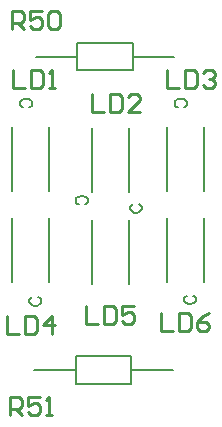
<source format=gbr>
%TF.GenerationSoftware,Altium Limited,Altium Designer,22.4.2 (48)*%
G04 Layer_Color=65535*
%FSLAX26Y26*%
%MOIN*%
%TF.SameCoordinates,31C44E49-19BD-49CD-A116-05C5AD78183A*%
%TF.FilePolarity,Positive*%
%TF.FileFunction,Legend,Top*%
%TF.Part,Single*%
G01*
G75*
%TA.AperFunction,NonConductor*%
%ADD12C,0.010000*%
%ADD18C,0.007874*%
%ADD19C,0.005906*%
D12*
X137000Y184000D02*
Y243981D01*
X166990D01*
X176987Y233984D01*
Y213990D01*
X166990Y203994D01*
X137000D01*
X156994D02*
X176987Y184000D01*
X236968Y243981D02*
X196981D01*
Y213990D01*
X216974Y223987D01*
X226971D01*
X236968Y213990D01*
Y193997D01*
X226971Y184000D01*
X206977D01*
X196981Y193997D01*
X256961Y184000D02*
X276955D01*
X266958D01*
Y243981D01*
X256961Y233984D01*
X142000Y1471000D02*
Y1530981D01*
X171990D01*
X181987Y1520984D01*
Y1500990D01*
X171990Y1490994D01*
X142000D01*
X161994D02*
X181987Y1471000D01*
X241968Y1530981D02*
X201981D01*
Y1500990D01*
X221974Y1510987D01*
X231971D01*
X241968Y1500990D01*
Y1480997D01*
X231971Y1471000D01*
X211977D01*
X201981Y1480997D01*
X261961Y1520984D02*
X271958Y1530981D01*
X291952D01*
X301948Y1520984D01*
Y1480997D01*
X291952Y1471000D01*
X271958D01*
X261961Y1480997D01*
Y1520984D01*
X640026Y523770D02*
Y463789D01*
X680013D01*
X700007Y523770D02*
Y463789D01*
X729997D01*
X739994Y473786D01*
Y513773D01*
X729997Y523770D01*
X700007D01*
X799974D02*
X779981Y513773D01*
X759987Y493779D01*
Y473786D01*
X769984Y463789D01*
X789977D01*
X799974Y473786D01*
Y483783D01*
X789977Y493779D01*
X759987D01*
X390026Y548770D02*
Y488789D01*
X430013D01*
X450007Y548770D02*
Y488789D01*
X479997D01*
X489994Y498786D01*
Y538773D01*
X479997Y548770D01*
X450007D01*
X549974D02*
X509987D01*
Y518779D01*
X529981Y528776D01*
X539977D01*
X549974Y518779D01*
Y498786D01*
X539977Y488789D01*
X519984D01*
X509987Y498786D01*
X125026Y513770D02*
Y453789D01*
X165013D01*
X185006Y513770D02*
Y453789D01*
X214997D01*
X224994Y463786D01*
Y503773D01*
X214997Y513770D01*
X185006D01*
X274977Y453789D02*
Y513770D01*
X244987Y483779D01*
X284974D01*
X660000Y1334981D02*
Y1275000D01*
X699987D01*
X719981Y1334981D02*
Y1275000D01*
X749971D01*
X759968Y1284997D01*
Y1324984D01*
X749971Y1334981D01*
X719981D01*
X779961Y1324984D02*
X789958Y1334981D01*
X809952D01*
X819948Y1324984D01*
Y1314987D01*
X809952Y1304990D01*
X799955D01*
X809952D01*
X819948Y1294994D01*
Y1284997D01*
X809952Y1275000D01*
X789958D01*
X779961Y1284997D01*
X410000Y1253981D02*
Y1194000D01*
X449987D01*
X469981Y1253981D02*
Y1194000D01*
X499971D01*
X509968Y1203997D01*
Y1243984D01*
X499971Y1253981D01*
X469981D01*
X569948Y1194000D02*
X529961D01*
X569948Y1233987D01*
Y1243984D01*
X559952Y1253981D01*
X539958D01*
X529961Y1243984D01*
X145000Y1334981D02*
Y1275000D01*
X184987D01*
X204981Y1334981D02*
Y1275000D01*
X234971D01*
X244968Y1284997D01*
Y1324984D01*
X234971Y1334981D01*
X204981D01*
X264961Y1275000D02*
X284955D01*
X274958D01*
Y1334981D01*
X264961Y1324984D01*
D18*
X355040Y381260D02*
X540078D01*
Y288740D02*
Y381260D01*
X355040Y288740D02*
X540078D01*
X355040D02*
Y381260D01*
X216260Y335000D02*
X355040D01*
X540078D02*
X678858D01*
X360040Y1426260D02*
X545078D01*
Y1333740D02*
Y1426260D01*
X360040Y1333740D02*
X545078D01*
X360040D02*
Y1426260D01*
X221260Y1380000D02*
X360040D01*
X545078D02*
X683858D01*
X781024Y627480D02*
Y840078D01*
X658976Y627480D02*
Y840078D01*
X408976Y622480D02*
Y835078D01*
X531024Y622480D02*
Y835078D01*
X266024Y627480D02*
Y840078D01*
X143976Y627480D02*
Y840078D01*
X658976Y932480D02*
Y1145078D01*
X781024Y932480D02*
Y1145078D01*
X531024Y927480D02*
Y1140078D01*
X408976Y927480D02*
Y1140078D01*
X143976Y932480D02*
Y1145078D01*
X266024Y932480D02*
Y1145078D01*
D19*
X725010Y583115D02*
X721261Y581241D01*
X717513Y577492D01*
X715638Y573744D01*
Y566246D01*
X717513Y562497D01*
X721261Y558749D01*
X725010Y556874D01*
X730633Y555000D01*
X740005D01*
X745628Y556874D01*
X749377Y558749D01*
X753126Y562497D01*
X755000Y566246D01*
Y573744D01*
X753126Y577492D01*
X749377Y581241D01*
X745628Y583115D01*
X384990Y886885D02*
X388739Y888759D01*
X392487Y892508D01*
X394362Y896256D01*
Y903754D01*
X392487Y907503D01*
X388739Y911251D01*
X384990Y913126D01*
X379367Y915000D01*
X369995D01*
X364372Y913126D01*
X360623Y911251D01*
X356874Y907503D01*
X355000Y903754D01*
Y896256D01*
X356874Y892508D01*
X360623Y888759D01*
X364372Y886885D01*
X210010Y578115D02*
X206261Y576241D01*
X202513Y572492D01*
X200638Y568744D01*
Y561246D01*
X202513Y557497D01*
X206261Y553749D01*
X210010Y551874D01*
X215633Y550000D01*
X225005D01*
X230628Y551874D01*
X234377Y553749D01*
X238126Y557497D01*
X240000Y561246D01*
Y568744D01*
X238126Y572492D01*
X234377Y576241D01*
X230628Y578115D01*
X714990Y1210664D02*
X718739Y1212538D01*
X722487Y1216287D01*
X724362Y1220036D01*
Y1227533D01*
X722487Y1231282D01*
X718739Y1235031D01*
X714990Y1236905D01*
X709367Y1238780D01*
X699995D01*
X694372Y1236905D01*
X690623Y1235031D01*
X686874Y1231282D01*
X685000Y1227533D01*
Y1220036D01*
X686874Y1216287D01*
X690623Y1212538D01*
X694372Y1210664D01*
X545010Y888115D02*
X541261Y886241D01*
X537513Y882492D01*
X535638Y878744D01*
Y871246D01*
X537513Y867497D01*
X541261Y863749D01*
X545010Y861874D01*
X550633Y860000D01*
X560005D01*
X565628Y861874D01*
X569377Y863749D01*
X573126Y867497D01*
X575000Y871246D01*
Y878744D01*
X573126Y882492D01*
X569377Y886241D01*
X565628Y888115D01*
X199990Y1210664D02*
X203738Y1212538D01*
X207487Y1216287D01*
X209362Y1220036D01*
Y1227533D01*
X207487Y1231282D01*
X203738Y1235031D01*
X199990Y1236905D01*
X194367Y1238780D01*
X184995D01*
X179372Y1236905D01*
X175623Y1235031D01*
X171874Y1231282D01*
X170000Y1227533D01*
Y1220036D01*
X171874Y1216287D01*
X175623Y1212538D01*
X179372Y1210664D01*
%TF.MD5,00161ba23d9eff3f31fc91a969ab0bc5*%
M02*

</source>
